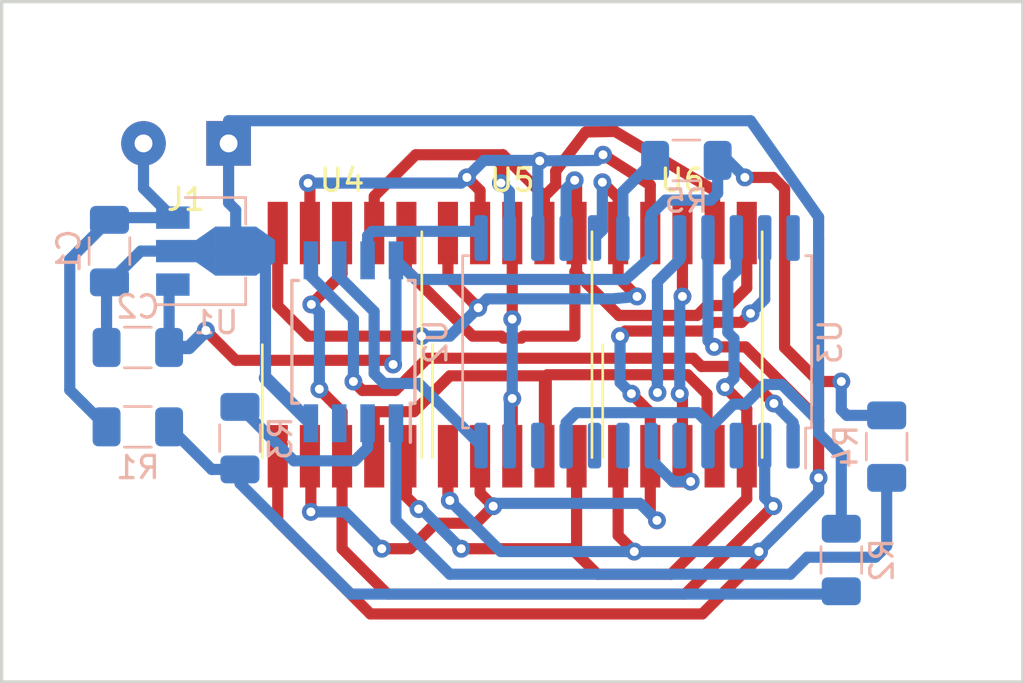
<source format=kicad_pcb>
(kicad_pcb (version 20171130) (host pcbnew "(5.1.8-0-10_14)")

  (general
    (thickness 1.6)
    (drawings 4)
    (tracks 337)
    (zones 0)
    (modules 16)
    (nets 31)
  )

  (page A4)
  (layers
    (0 F.Cu signal)
    (31 B.Cu signal)
    (32 B.Adhes user hide)
    (33 F.Adhes user)
    (34 B.Paste user)
    (35 F.Paste user)
    (36 B.SilkS user)
    (37 F.SilkS user)
    (38 B.Mask user)
    (39 F.Mask user)
    (40 Dwgs.User user)
    (41 Cmts.User user)
    (42 Eco1.User user)
    (43 Eco2.User user)
    (44 Edge.Cuts user)
    (45 Margin user)
    (46 B.CrtYd user hide)
    (47 F.CrtYd user)
    (48 B.Fab user hide)
    (49 F.Fab user)
  )

  (setup
    (last_trace_width 0.25)
    (trace_clearance 0.2)
    (zone_clearance 0.508)
    (zone_45_only no)
    (trace_min 0.2)
    (via_size 0.8)
    (via_drill 0.4)
    (via_min_size 0.4)
    (via_min_drill 0.3)
    (uvia_size 0.3)
    (uvia_drill 0.1)
    (uvias_allowed no)
    (uvia_min_size 0.2)
    (uvia_min_drill 0.1)
    (edge_width 0.1)
    (segment_width 0.2)
    (pcb_text_width 0.3)
    (pcb_text_size 1.5 1.5)
    (mod_edge_width 0.15)
    (mod_text_size 1 1)
    (mod_text_width 0.15)
    (pad_size 1.524 1.524)
    (pad_drill 0.762)
    (pad_to_mask_clearance 0.0508)
    (solder_mask_min_width 0.101)
    (aux_axis_origin 0 0)
    (visible_elements FFFFFF7F)
    (pcbplotparams
      (layerselection 0x010fc_ffffffff)
      (usegerberextensions false)
      (usegerberattributes true)
      (usegerberadvancedattributes true)
      (creategerberjobfile true)
      (excludeedgelayer true)
      (linewidth 0.100000)
      (plotframeref false)
      (viasonmask false)
      (mode 1)
      (useauxorigin false)
      (hpglpennumber 1)
      (hpglpenspeed 20)
      (hpglpendiameter 15.000000)
      (psnegative false)
      (psa4output false)
      (plotreference true)
      (plotvalue true)
      (plotinvisibletext false)
      (padsonsilk false)
      (subtractmaskfromsilk false)
      (outputformat 1)
      (mirror false)
      (drillshape 1)
      (scaleselection 1)
      (outputdirectory "production/"))
  )

  (net 0 "")
  (net 1 BATT_SENSE)
  (net 2 +5V)
  (net 3 "Net-(R1-Pad2)")
  (net 4 "Net-(R3-Pad2)")
  (net 5 "Net-(R4-Pad2)")
  (net 6 /CLK)
  (net 7 /LOAD)
  (net 8 /DIN)
  (net 9 "Net-(U2-Pad3)")
  (net 10 "Net-(U3-Pad24)")
  (net 11 /SEG_D)
  (net 12 /SEG_DP)
  (net 13 /SEG_E)
  (net 14 /SEG_C)
  (net 15 /SEG_G)
  (net 16 /SEG_B)
  (net 17 /SEG_F)
  (net 18 /SEG_A)
  (net 19 /DIG_1)
  (net 20 "Net-(U3-Pad10)")
  (net 21 "Net-(U3-Pad8)")
  (net 22 "Net-(U3-Pad7)")
  (net 23 /DIG_2)
  (net 24 "Net-(U3-Pad5)")
  (net 25 "Net-(U3-Pad3)")
  (net 26 /DIG_0)
  (net 27 GND)
  (net 28 "Net-(J2-Pad1)")
  (net 29 "Net-(J3-Pad1)")
  (net 30 "Net-(R5-Pad1)")

  (net_class Default "Это класс цепей по умолчанию."
    (clearance 0.2)
    (trace_width 0.25)
    (via_dia 0.8)
    (via_drill 0.4)
    (uvia_dia 0.3)
    (uvia_drill 0.1)
    (add_net +5V)
    (add_net /CLK)
    (add_net /DIG_0)
    (add_net /DIG_1)
    (add_net /DIG_2)
    (add_net /DIN)
    (add_net /LOAD)
    (add_net /SEG_A)
    (add_net /SEG_B)
    (add_net /SEG_C)
    (add_net /SEG_D)
    (add_net /SEG_DP)
    (add_net /SEG_E)
    (add_net /SEG_F)
    (add_net /SEG_G)
    (add_net BATT_SENSE)
    (add_net GND)
    (add_net "Net-(J2-Pad1)")
    (add_net "Net-(J3-Pad1)")
    (add_net "Net-(R1-Pad2)")
    (add_net "Net-(R3-Pad2)")
    (add_net "Net-(R4-Pad2)")
    (add_net "Net-(R5-Pad1)")
    (add_net "Net-(U2-Pad3)")
    (add_net "Net-(U3-Pad10)")
    (add_net "Net-(U3-Pad24)")
    (add_net "Net-(U3-Pad3)")
    (add_net "Net-(U3-Pad5)")
    (add_net "Net-(U3-Pad7)")
    (add_net "Net-(U3-Pad8)")
  )

  (module Resistor_SMD:R_1206_3216Metric (layer B.Cu) (tedit 5B301BBD) (tstamp 601BB48E)
    (at 172.8955 75.184)
    (descr "Resistor SMD 1206 (3216 Metric), square (rectangular) end terminal, IPC_7351 nominal, (Body size source: http://www.tortai-tech.com/upload/download/2011102023233369053.pdf), generated with kicad-footprint-generator")
    (tags resistor)
    (path /60246818)
    (attr smd)
    (fp_text reference R5 (at 0 1.82) (layer B.SilkS)
      (effects (font (size 1 1) (thickness 0.15)) (justify mirror))
    )
    (fp_text value 1kOm (at 0 -1.82) (layer B.Fab)
      (effects (font (size 1 1) (thickness 0.15)) (justify mirror))
    )
    (fp_text user %R (at 0 0) (layer B.Fab)
      (effects (font (size 0.8 0.8) (thickness 0.12)) (justify mirror))
    )
    (fp_line (start -1.6 -0.8) (end -1.6 0.8) (layer B.Fab) (width 0.1))
    (fp_line (start -1.6 0.8) (end 1.6 0.8) (layer B.Fab) (width 0.1))
    (fp_line (start 1.6 0.8) (end 1.6 -0.8) (layer B.Fab) (width 0.1))
    (fp_line (start 1.6 -0.8) (end -1.6 -0.8) (layer B.Fab) (width 0.1))
    (fp_line (start -0.602064 0.91) (end 0.602064 0.91) (layer B.SilkS) (width 0.12))
    (fp_line (start -0.602064 -0.91) (end 0.602064 -0.91) (layer B.SilkS) (width 0.12))
    (fp_line (start -2.28 -1.12) (end -2.28 1.12) (layer B.CrtYd) (width 0.05))
    (fp_line (start -2.28 1.12) (end 2.28 1.12) (layer B.CrtYd) (width 0.05))
    (fp_line (start 2.28 1.12) (end 2.28 -1.12) (layer B.CrtYd) (width 0.05))
    (fp_line (start 2.28 -1.12) (end -2.28 -1.12) (layer B.CrtYd) (width 0.05))
    (pad 2 smd roundrect (at 1.4 0) (size 1.25 1.75) (layers B.Cu B.Paste B.Mask) (roundrect_rratio 0.2)
      (net 2 +5V))
    (pad 1 smd roundrect (at -1.4 0) (size 1.25 1.75) (layers B.Cu B.Paste B.Mask) (roundrect_rratio 0.2)
      (net 30 "Net-(R5-Pad1)"))
    (model ${KISYS3DMOD}/Resistor_SMD.3dshapes/R_1206_3216Metric.wrl
      (at (xyz 0 0 0))
      (scale (xyz 1 1 1))
      (rotate (xyz 0 0 0))
    )
  )

  (module MountingHole:MountingHole_4.3mm_M4 (layer F.Cu) (tedit 56D1B4CB) (tstamp 5FCF481B)
    (at 147.828 92.964)
    (descr "Mounting Hole 4.3mm, no annular, M4")
    (tags "mounting hole 4.3mm no annular m4")
    (path /5FDBAA73)
    (attr virtual)
    (fp_text reference J3 (at 0 -5.3) (layer F.SilkS) hide
      (effects (font (size 1 1) (thickness 0.15)))
    )
    (fp_text value Conn_01x01 (at 0 -5.842) (layer F.Fab)
      (effects (font (size 1 1) (thickness 0.15)))
    )
    (fp_text user %R (at 0.3 0) (layer F.Fab)
      (effects (font (size 1 1) (thickness 0.15)))
    )
    (fp_circle (center 0 0) (end 4.3 0) (layer Cmts.User) (width 0.15))
    (fp_circle (center 0 0) (end 4.55 0) (layer F.CrtYd) (width 0.05))
    (pad 1 np_thru_hole circle (at 0 0) (size 4.3 4.3) (drill 4.3) (layers *.Cu *.Mask)
      (net 29 "Net-(J3-Pad1)"))
  )

  (module MountingHole:MountingHole_4.3mm_M4 (layer F.Cu) (tedit 56D1B4CB) (tstamp 5FCF4813)
    (at 182.372 73.66)
    (descr "Mounting Hole 4.3mm, no annular, M4")
    (tags "mounting hole 4.3mm no annular m4")
    (path /5FDBA3CA)
    (attr virtual)
    (fp_text reference J2 (at 0 -5.3) (layer F.SilkS) hide
      (effects (font (size 1 1) (thickness 0.15)))
    )
    (fp_text value Conn_01x01 (at 0 5.3) (layer F.Fab)
      (effects (font (size 1 1) (thickness 0.15)))
    )
    (fp_text user %R (at 0.3 0) (layer F.Fab)
      (effects (font (size 1 1) (thickness 0.15)))
    )
    (fp_circle (center 0 0) (end 4.3 0) (layer Cmts.User) (width 0.15))
    (fp_circle (center 0 0) (end 4.55 0) (layer F.CrtYd) (width 0.05))
    (pad 1 np_thru_hole circle (at 0 0) (size 4.3 4.3) (drill 4.3) (layers *.Cu *.Mask)
      (net 28 "Net-(J2-Pad1)"))
  )

  (module Connector_Wire:SolderWirePad_1x02_P3.81mm_Drill0.8mm (layer F.Cu) (tedit 5AEE54BF) (tstamp 5FCF4194)
    (at 152.4 74.422 180)
    (descr "Wire solder connection")
    (tags connector)
    (path /5FDB286C)
    (attr virtual)
    (fp_text reference J1 (at 1.905 -2.5) (layer F.SilkS)
      (effects (font (size 1 1) (thickness 0.15)))
    )
    (fp_text value Conn_01x02 (at 1.905 2.54) (layer F.Fab)
      (effects (font (size 1 1) (thickness 0.15)))
    )
    (fp_text user %R (at 1.905 0) (layer F.Fab)
      (effects (font (size 1 1) (thickness 0.15)))
    )
    (fp_line (start -1.49 -1.5) (end 5.31 -1.5) (layer F.CrtYd) (width 0.05))
    (fp_line (start -1.49 -1.5) (end -1.49 1.5) (layer F.CrtYd) (width 0.05))
    (fp_line (start 5.31 1.5) (end 5.31 -1.5) (layer F.CrtYd) (width 0.05))
    (fp_line (start 5.31 1.5) (end -1.49 1.5) (layer F.CrtYd) (width 0.05))
    (pad 2 thru_hole circle (at 3.81 0 180) (size 1.99898 1.99898) (drill 0.8001) (layers *.Cu *.Mask)
      (net 1 BATT_SENSE))
    (pad 1 thru_hole rect (at 0 0 180) (size 1.99898 1.99898) (drill 0.8001) (layers *.Cu *.Mask)
      (net 27 GND))
  )

  (module Display_7Segment:KCSC02-106 (layer F.Cu) (tedit 5A02FE84) (tstamp 5FCE2647)
    (at 172.72 83.439 90)
    (descr "http://www.kingbright.com/attachments/file/psearch/000/00/00/KCSC02-106(Ver.10A).pdf")
    (tags "Single digit 7 segement super bright orange LED")
    (path /5FCE72E9)
    (attr smd)
    (fp_text reference U6 (at 7.366 0 180) (layer F.SilkS)
      (effects (font (size 1 1) (thickness 0.15)))
    )
    (fp_text value KCSA02-106 (at -1.51 4.55 90) (layer F.Fab)
      (effects (font (size 1 1) (thickness 0.15)))
    )
    (fp_text user %R (at 0.61 0.01 90) (layer F.Fab)
      (effects (font (size 1 1) (thickness 0.15)))
    )
    (fp_line (start -6.65 -3.7) (end 6.65 -3.7) (layer F.CrtYd) (width 0.05))
    (fp_line (start 6.65 -3.7) (end 6.65 3.7) (layer F.CrtYd) (width 0.05))
    (fp_line (start 6.65 3.7) (end -6.65 3.7) (layer F.CrtYd) (width 0.05))
    (fp_line (start -6.65 -3.7) (end -6.65 3.7) (layer F.CrtYd) (width 0.05))
    (fp_line (start 5.06 3.57) (end -5.06 3.57) (layer F.SilkS) (width 0.12))
    (fp_line (start -5.06 -3.57) (end 0 -3.57) (layer F.SilkS) (width 0.12))
    (fp_line (start 5 3.45) (end -5 3.45) (layer F.Fab) (width 0.1))
    (fp_line (start -5 3.45) (end -5 -1.45) (layer F.Fab) (width 0.1))
    (fp_line (start -5 -1.45) (end -3 -3.45) (layer F.Fab) (width 0.1))
    (fp_line (start -3 -3.45) (end 5 -3.45) (layer F.Fab) (width 0.1))
    (fp_line (start 5 -3.45) (end 5 3.45) (layer F.Fab) (width 0.1))
    (pad 10 smd rect (at 5 -2.88 90) (size 2.8 0.9) (layers F.Cu F.Paste F.Mask)
      (net 15 /SEG_G))
    (pad 9 smd rect (at 5 -1.44 90) (size 2.8 0.9) (layers F.Cu F.Paste F.Mask)
      (net 17 /SEG_F))
    (pad 8 smd rect (at 5 0 90) (size 2.8 0.9) (layers F.Cu F.Paste F.Mask)
      (net 23 /DIG_2))
    (pad 7 smd rect (at 5 1.44 90) (size 2.8 0.9) (layers F.Cu F.Paste F.Mask)
      (net 18 /SEG_A))
    (pad 6 smd rect (at 5 2.88 90) (size 2.8 0.9) (layers F.Cu F.Paste F.Mask)
      (net 16 /SEG_B))
    (pad 5 smd rect (at -5 2.88 90) (size 2.8 0.9) (layers F.Cu F.Paste F.Mask)
      (net 12 /SEG_DP))
    (pad 4 smd rect (at -5 1.44 90) (size 2.8 0.9) (layers F.Cu F.Paste F.Mask)
      (net 14 /SEG_C))
    (pad 3 smd rect (at -5 0 90) (size 2.8 0.9) (layers F.Cu F.Paste F.Mask)
      (net 23 /DIG_2))
    (pad 2 smd rect (at -5 -1.44 90) (size 2.8 0.9) (layers F.Cu F.Paste F.Mask)
      (net 11 /SEG_D))
    (pad 1 smd rect (at -5 -2.88 90) (size 2.8 0.9) (layers F.Cu F.Paste F.Mask)
      (net 13 /SEG_E))
    (model ${KISYS3DMOD}/Display_7Segment.3dshapes/KCSC02-106.wrl
      (at (xyz 0 0 0))
      (scale (xyz 1 1 1))
      (rotate (xyz 0 0 0))
    )
  )

  (module Display_7Segment:KCSC02-106 (layer F.Cu) (tedit 5A02FE84) (tstamp 5FCE2364)
    (at 165.1 83.439 90)
    (descr "http://www.kingbright.com/attachments/file/psearch/000/00/00/KCSC02-106(Ver.10A).pdf")
    (tags "Single digit 7 segement super bright orange LED")
    (path /5FCE6585)
    (attr smd)
    (fp_text reference U5 (at 7.366 0 180) (layer F.SilkS)
      (effects (font (size 1 1) (thickness 0.15)))
    )
    (fp_text value KCSA02-106 (at -1.51 4.55 90) (layer F.Fab)
      (effects (font (size 1 1) (thickness 0.15)))
    )
    (fp_text user %R (at 0.61 0.01 90) (layer F.Fab)
      (effects (font (size 1 1) (thickness 0.15)))
    )
    (fp_line (start -6.65 -3.7) (end 6.65 -3.7) (layer F.CrtYd) (width 0.05))
    (fp_line (start 6.65 -3.7) (end 6.65 3.7) (layer F.CrtYd) (width 0.05))
    (fp_line (start 6.65 3.7) (end -6.65 3.7) (layer F.CrtYd) (width 0.05))
    (fp_line (start -6.65 -3.7) (end -6.65 3.7) (layer F.CrtYd) (width 0.05))
    (fp_line (start 5.06 3.57) (end -5.06 3.57) (layer F.SilkS) (width 0.12))
    (fp_line (start -5.06 -3.57) (end 0 -3.57) (layer F.SilkS) (width 0.12))
    (fp_line (start 5 3.45) (end -5 3.45) (layer F.Fab) (width 0.1))
    (fp_line (start -5 3.45) (end -5 -1.45) (layer F.Fab) (width 0.1))
    (fp_line (start -5 -1.45) (end -3 -3.45) (layer F.Fab) (width 0.1))
    (fp_line (start -3 -3.45) (end 5 -3.45) (layer F.Fab) (width 0.1))
    (fp_line (start 5 -3.45) (end 5 3.45) (layer F.Fab) (width 0.1))
    (pad 10 smd rect (at 5 -2.88 90) (size 2.8 0.9) (layers F.Cu F.Paste F.Mask)
      (net 15 /SEG_G))
    (pad 9 smd rect (at 5 -1.44 90) (size 2.8 0.9) (layers F.Cu F.Paste F.Mask)
      (net 17 /SEG_F))
    (pad 8 smd rect (at 5 0 90) (size 2.8 0.9) (layers F.Cu F.Paste F.Mask)
      (net 19 /DIG_1))
    (pad 7 smd rect (at 5 1.44 90) (size 2.8 0.9) (layers F.Cu F.Paste F.Mask)
      (net 18 /SEG_A))
    (pad 6 smd rect (at 5 2.88 90) (size 2.8 0.9) (layers F.Cu F.Paste F.Mask)
      (net 16 /SEG_B))
    (pad 5 smd rect (at -5 2.88 90) (size 2.8 0.9) (layers F.Cu F.Paste F.Mask)
      (net 12 /SEG_DP))
    (pad 4 smd rect (at -5 1.44 90) (size 2.8 0.9) (layers F.Cu F.Paste F.Mask)
      (net 14 /SEG_C))
    (pad 3 smd rect (at -5 0 90) (size 2.8 0.9) (layers F.Cu F.Paste F.Mask)
      (net 19 /DIG_1))
    (pad 2 smd rect (at -5 -1.44 90) (size 2.8 0.9) (layers F.Cu F.Paste F.Mask)
      (net 11 /SEG_D))
    (pad 1 smd rect (at -5 -2.88 90) (size 2.8 0.9) (layers F.Cu F.Paste F.Mask)
      (net 13 /SEG_E))
    (model ${KISYS3DMOD}/Display_7Segment.3dshapes/KCSC02-106.wrl
      (at (xyz 0 0 0))
      (scale (xyz 1 1 1))
      (rotate (xyz 0 0 0))
    )
  )

  (module Display_7Segment:KCSC02-106 (layer F.Cu) (tedit 5A02FE84) (tstamp 5FCE37B6)
    (at 157.48 83.439 90)
    (descr "http://www.kingbright.com/attachments/file/psearch/000/00/00/KCSC02-106(Ver.10A).pdf")
    (tags "Single digit 7 segement super bright orange LED")
    (path /5FCE54B8)
    (attr smd)
    (fp_text reference U4 (at 7.366 0 180) (layer F.SilkS)
      (effects (font (size 1 1) (thickness 0.15)))
    )
    (fp_text value KCSA02-106 (at -1.51 4.55 90) (layer F.Fab)
      (effects (font (size 1 1) (thickness 0.15)))
    )
    (fp_text user %R (at 0.61 0.01 90) (layer F.Fab)
      (effects (font (size 1 1) (thickness 0.15)))
    )
    (fp_line (start -6.65 -3.7) (end 6.65 -3.7) (layer F.CrtYd) (width 0.05))
    (fp_line (start 6.65 -3.7) (end 6.65 3.7) (layer F.CrtYd) (width 0.05))
    (fp_line (start 6.65 3.7) (end -6.65 3.7) (layer F.CrtYd) (width 0.05))
    (fp_line (start -6.65 -3.7) (end -6.65 3.7) (layer F.CrtYd) (width 0.05))
    (fp_line (start 5.06 3.57) (end -5.06 3.57) (layer F.SilkS) (width 0.12))
    (fp_line (start -5.06 -3.57) (end 0 -3.57) (layer F.SilkS) (width 0.12))
    (fp_line (start 5 3.45) (end -5 3.45) (layer F.Fab) (width 0.1))
    (fp_line (start -5 3.45) (end -5 -1.45) (layer F.Fab) (width 0.1))
    (fp_line (start -5 -1.45) (end -3 -3.45) (layer F.Fab) (width 0.1))
    (fp_line (start -3 -3.45) (end 5 -3.45) (layer F.Fab) (width 0.1))
    (fp_line (start 5 -3.45) (end 5 3.45) (layer F.Fab) (width 0.1))
    (pad 10 smd rect (at 5 -2.88 90) (size 2.8 0.9) (layers F.Cu F.Paste F.Mask)
      (net 15 /SEG_G))
    (pad 9 smd rect (at 5 -1.44 90) (size 2.8 0.9) (layers F.Cu F.Paste F.Mask)
      (net 17 /SEG_F))
    (pad 8 smd rect (at 5 0 90) (size 2.8 0.9) (layers F.Cu F.Paste F.Mask)
      (net 26 /DIG_0))
    (pad 7 smd rect (at 5 1.44 90) (size 2.8 0.9) (layers F.Cu F.Paste F.Mask)
      (net 18 /SEG_A))
    (pad 6 smd rect (at 5 2.88 90) (size 2.8 0.9) (layers F.Cu F.Paste F.Mask)
      (net 16 /SEG_B))
    (pad 5 smd rect (at -5 2.88 90) (size 2.8 0.9) (layers F.Cu F.Paste F.Mask)
      (net 12 /SEG_DP))
    (pad 4 smd rect (at -5 1.44 90) (size 2.8 0.9) (layers F.Cu F.Paste F.Mask)
      (net 14 /SEG_C))
    (pad 3 smd rect (at -5 0 90) (size 2.8 0.9) (layers F.Cu F.Paste F.Mask)
      (net 26 /DIG_0))
    (pad 2 smd rect (at -5 -1.44 90) (size 2.8 0.9) (layers F.Cu F.Paste F.Mask)
      (net 11 /SEG_D))
    (pad 1 smd rect (at -5 -2.88 90) (size 2.8 0.9) (layers F.Cu F.Paste F.Mask)
      (net 13 /SEG_E))
    (model ${KISYS3DMOD}/Display_7Segment.3dshapes/KCSC02-106.wrl
      (at (xyz 0 0 0))
      (scale (xyz 1 1 1))
      (rotate (xyz 0 0 0))
    )
  )

  (module Package_SO:SOIC-24W_7.5x15.4mm_P1.27mm (layer B.Cu) (tedit 5C97300E) (tstamp 5FCE1B4C)
    (at 170.688 83.312 90)
    (descr "SOIC, 24 Pin (JEDEC MS-013AD, https://www.analog.com/media/en/package-pcb-resources/package/pkg_pdf/soic_wide-rw/RW_24.pdf), generated with kicad-footprint-generator ipc_gullwing_generator.py")
    (tags "SOIC SO")
    (path /5FCDF150)
    (attr smd)
    (fp_text reference U3 (at 0 8.65 90) (layer B.SilkS)
      (effects (font (size 1 1) (thickness 0.15)) (justify mirror))
    )
    (fp_text value MAX7219 (at 0 -8.65 90) (layer B.Fab)
      (effects (font (size 1 1) (thickness 0.15)) (justify mirror))
    )
    (fp_text user %R (at 0 0 90) (layer B.Fab)
      (effects (font (size 1 1) (thickness 0.15)) (justify mirror))
    )
    (fp_line (start 0 -7.81) (end 3.86 -7.81) (layer B.SilkS) (width 0.12))
    (fp_line (start 3.86 -7.81) (end 3.86 -7.545) (layer B.SilkS) (width 0.12))
    (fp_line (start 0 -7.81) (end -3.86 -7.81) (layer B.SilkS) (width 0.12))
    (fp_line (start -3.86 -7.81) (end -3.86 -7.545) (layer B.SilkS) (width 0.12))
    (fp_line (start 0 7.81) (end 3.86 7.81) (layer B.SilkS) (width 0.12))
    (fp_line (start 3.86 7.81) (end 3.86 7.545) (layer B.SilkS) (width 0.12))
    (fp_line (start 0 7.81) (end -3.86 7.81) (layer B.SilkS) (width 0.12))
    (fp_line (start -3.86 7.81) (end -3.86 7.545) (layer B.SilkS) (width 0.12))
    (fp_line (start -3.86 7.545) (end -5.675 7.545) (layer B.SilkS) (width 0.12))
    (fp_line (start -2.75 7.7) (end 3.75 7.7) (layer B.Fab) (width 0.1))
    (fp_line (start 3.75 7.7) (end 3.75 -7.7) (layer B.Fab) (width 0.1))
    (fp_line (start 3.75 -7.7) (end -3.75 -7.7) (layer B.Fab) (width 0.1))
    (fp_line (start -3.75 -7.7) (end -3.75 6.7) (layer B.Fab) (width 0.1))
    (fp_line (start -3.75 6.7) (end -2.75 7.7) (layer B.Fab) (width 0.1))
    (fp_line (start -5.93 7.95) (end -5.93 -7.95) (layer B.CrtYd) (width 0.05))
    (fp_line (start -5.93 -7.95) (end 5.93 -7.95) (layer B.CrtYd) (width 0.05))
    (fp_line (start 5.93 -7.95) (end 5.93 7.95) (layer B.CrtYd) (width 0.05))
    (fp_line (start 5.93 7.95) (end -5.93 7.95) (layer B.CrtYd) (width 0.05))
    (pad 24 smd roundrect (at 4.65 6.985 90) (size 2.05 0.6) (layers B.Cu B.Paste B.Mask) (roundrect_rratio 0.25)
      (net 10 "Net-(U3-Pad24)"))
    (pad 23 smd roundrect (at 4.65 5.715 90) (size 2.05 0.6) (layers B.Cu B.Paste B.Mask) (roundrect_rratio 0.25)
      (net 11 /SEG_D))
    (pad 22 smd roundrect (at 4.65 4.445 90) (size 2.05 0.6) (layers B.Cu B.Paste B.Mask) (roundrect_rratio 0.25)
      (net 12 /SEG_DP))
    (pad 21 smd roundrect (at 4.65 3.175 90) (size 2.05 0.6) (layers B.Cu B.Paste B.Mask) (roundrect_rratio 0.25)
      (net 13 /SEG_E))
    (pad 20 smd roundrect (at 4.65 1.905 90) (size 2.05 0.6) (layers B.Cu B.Paste B.Mask) (roundrect_rratio 0.25)
      (net 14 /SEG_C))
    (pad 19 smd roundrect (at 4.65 0.635 90) (size 2.05 0.6) (layers B.Cu B.Paste B.Mask) (roundrect_rratio 0.25)
      (net 2 +5V))
    (pad 18 smd roundrect (at 4.65 -0.635 90) (size 2.05 0.6) (layers B.Cu B.Paste B.Mask) (roundrect_rratio 0.25)
      (net 30 "Net-(R5-Pad1)"))
    (pad 17 smd roundrect (at 4.65 -1.905 90) (size 2.05 0.6) (layers B.Cu B.Paste B.Mask) (roundrect_rratio 0.25)
      (net 15 /SEG_G))
    (pad 16 smd roundrect (at 4.65 -3.175 90) (size 2.05 0.6) (layers B.Cu B.Paste B.Mask) (roundrect_rratio 0.25)
      (net 16 /SEG_B))
    (pad 15 smd roundrect (at 4.65 -4.445 90) (size 2.05 0.6) (layers B.Cu B.Paste B.Mask) (roundrect_rratio 0.25)
      (net 17 /SEG_F))
    (pad 14 smd roundrect (at 4.65 -5.715 90) (size 2.05 0.6) (layers B.Cu B.Paste B.Mask) (roundrect_rratio 0.25)
      (net 18 /SEG_A))
    (pad 13 smd roundrect (at 4.65 -6.985 90) (size 2.05 0.6) (layers B.Cu B.Paste B.Mask) (roundrect_rratio 0.25)
      (net 6 /CLK))
    (pad 12 smd roundrect (at -4.65 -6.985 90) (size 2.05 0.6) (layers B.Cu B.Paste B.Mask) (roundrect_rratio 0.25)
      (net 7 /LOAD))
    (pad 11 smd roundrect (at -4.65 -5.715 90) (size 2.05 0.6) (layers B.Cu B.Paste B.Mask) (roundrect_rratio 0.25)
      (net 19 /DIG_1))
    (pad 10 smd roundrect (at -4.65 -4.445 90) (size 2.05 0.6) (layers B.Cu B.Paste B.Mask) (roundrect_rratio 0.25)
      (net 20 "Net-(U3-Pad10)"))
    (pad 9 smd roundrect (at -4.65 -3.175 90) (size 2.05 0.6) (layers B.Cu B.Paste B.Mask) (roundrect_rratio 0.25)
      (net 27 GND))
    (pad 8 smd roundrect (at -4.65 -1.905 90) (size 2.05 0.6) (layers B.Cu B.Paste B.Mask) (roundrect_rratio 0.25)
      (net 21 "Net-(U3-Pad8)"))
    (pad 7 smd roundrect (at -4.65 -0.635 90) (size 2.05 0.6) (layers B.Cu B.Paste B.Mask) (roundrect_rratio 0.25)
      (net 22 "Net-(U3-Pad7)"))
    (pad 6 smd roundrect (at -4.65 0.635 90) (size 2.05 0.6) (layers B.Cu B.Paste B.Mask) (roundrect_rratio 0.25)
      (net 23 /DIG_2))
    (pad 5 smd roundrect (at -4.65 1.905 90) (size 2.05 0.6) (layers B.Cu B.Paste B.Mask) (roundrect_rratio 0.25)
      (net 24 "Net-(U3-Pad5)"))
    (pad 4 smd roundrect (at -4.65 3.175 90) (size 2.05 0.6) (layers B.Cu B.Paste B.Mask) (roundrect_rratio 0.25)
      (net 27 GND))
    (pad 3 smd roundrect (at -4.65 4.445 90) (size 2.05 0.6) (layers B.Cu B.Paste B.Mask) (roundrect_rratio 0.25)
      (net 25 "Net-(U3-Pad3)"))
    (pad 2 smd roundrect (at -4.65 5.715 90) (size 2.05 0.6) (layers B.Cu B.Paste B.Mask) (roundrect_rratio 0.25)
      (net 26 /DIG_0))
    (pad 1 smd roundrect (at -4.65 6.985 90) (size 2.05 0.6) (layers B.Cu B.Paste B.Mask) (roundrect_rratio 0.25)
      (net 8 /DIN))
    (model ${KISYS3DMOD}/Package_SO.3dshapes/SOIC-24W_7.5x15.4mm_P1.27mm.wrl
      (at (xyz 0 0 0))
      (scale (xyz 1 1 1))
      (rotate (xyz 0 0 0))
    )
  )

  (module Package_SO:SOIJ-8_5.3x5.3mm_P1.27mm (layer B.Cu) (tedit 5A02F2D3) (tstamp 5FCE1B1D)
    (at 157.988 83.312 90)
    (descr "8-Lead Plastic Small Outline (SM) - Medium, 5.28 mm Body [SOIC] (see Microchip Packaging Specification 00000049BS.pdf)")
    (tags "SOIC 1.27")
    (path /5FCDE56C)
    (attr smd)
    (fp_text reference U2 (at 0 3.68 90) (layer B.SilkS)
      (effects (font (size 1 1) (thickness 0.15)) (justify mirror))
    )
    (fp_text value ATtiny13-20SU (at 0 -3.68 90) (layer B.Fab)
      (effects (font (size 1 1) (thickness 0.15)) (justify mirror))
    )
    (fp_text user %R (at 0 0 90) (layer B.Fab)
      (effects (font (size 1 1) (thickness 0.15)) (justify mirror))
    )
    (fp_line (start -1.65 2.65) (end 2.65 2.65) (layer B.Fab) (width 0.15))
    (fp_line (start 2.65 2.65) (end 2.65 -2.65) (layer B.Fab) (width 0.15))
    (fp_line (start 2.65 -2.65) (end -2.65 -2.65) (layer B.Fab) (width 0.15))
    (fp_line (start -2.65 -2.65) (end -2.65 1.65) (layer B.Fab) (width 0.15))
    (fp_line (start -2.65 1.65) (end -1.65 2.65) (layer B.Fab) (width 0.15))
    (fp_line (start -4.75 2.95) (end -4.75 -2.95) (layer B.CrtYd) (width 0.05))
    (fp_line (start 4.75 2.95) (end 4.75 -2.95) (layer B.CrtYd) (width 0.05))
    (fp_line (start -4.75 2.95) (end 4.75 2.95) (layer B.CrtYd) (width 0.05))
    (fp_line (start -4.75 -2.95) (end 4.75 -2.95) (layer B.CrtYd) (width 0.05))
    (fp_line (start -2.75 2.755) (end -2.75 2.55) (layer B.SilkS) (width 0.15))
    (fp_line (start 2.75 2.755) (end 2.75 2.455) (layer B.SilkS) (width 0.15))
    (fp_line (start 2.75 -2.755) (end 2.75 -2.455) (layer B.SilkS) (width 0.15))
    (fp_line (start -2.75 -2.755) (end -2.75 -2.455) (layer B.SilkS) (width 0.15))
    (fp_line (start -2.75 2.755) (end 2.75 2.755) (layer B.SilkS) (width 0.15))
    (fp_line (start -2.75 -2.755) (end 2.75 -2.755) (layer B.SilkS) (width 0.15))
    (fp_line (start -2.75 2.55) (end -4.5 2.55) (layer B.SilkS) (width 0.15))
    (pad 8 smd rect (at 3.65 1.905 90) (size 1.7 0.65) (layers B.Cu B.Paste B.Mask)
      (net 2 +5V))
    (pad 7 smd rect (at 3.65 0.635 90) (size 1.7 0.65) (layers B.Cu B.Paste B.Mask)
      (net 6 /CLK))
    (pad 6 smd rect (at 3.65 -0.635 90) (size 1.7 0.65) (layers B.Cu B.Paste B.Mask)
      (net 7 /LOAD))
    (pad 5 smd rect (at 3.65 -1.905 90) (size 1.7 0.65) (layers B.Cu B.Paste B.Mask)
      (net 8 /DIN))
    (pad 4 smd rect (at -3.65 -1.905 90) (size 1.7 0.65) (layers B.Cu B.Paste B.Mask)
      (net 27 GND))
    (pad 3 smd rect (at -3.65 -0.635 90) (size 1.7 0.65) (layers B.Cu B.Paste B.Mask)
      (net 9 "Net-(U2-Pad3)"))
    (pad 2 smd rect (at -3.65 0.635 90) (size 1.7 0.65) (layers B.Cu B.Paste B.Mask)
      (net 4 "Net-(R3-Pad2)"))
    (pad 1 smd rect (at -3.65 1.905 90) (size 1.7 0.65) (layers B.Cu B.Paste B.Mask)
      (net 5 "Net-(R4-Pad2)"))
    (model ${KISYS3DMOD}/Package_SO.3dshapes/SOIJ-8_5.3x5.3mm_P1.27mm.wrl
      (at (xyz 0 0 0))
      (scale (xyz 1 1 1))
      (rotate (xyz 0 0 0))
    )
  )

  (module Package_TO_SOT_SMD:SOT-89-3 (layer B.Cu) (tedit 5A02FF57) (tstamp 5FCE2CED)
    (at 151.384 79.248)
    (descr SOT-89-3)
    (tags SOT-89-3)
    (path /5FCE0193)
    (attr smd)
    (fp_text reference U1 (at 0.45 3.2) (layer B.SilkS)
      (effects (font (size 1 1) (thickness 0.15)) (justify mirror))
    )
    (fp_text value L78L05_SOT89 (at 0.45 -3.25) (layer B.Fab)
      (effects (font (size 1 1) (thickness 0.15)) (justify mirror))
    )
    (fp_text user %R (at 0.38 0 -90) (layer B.Fab)
      (effects (font (size 0.6 0.6) (thickness 0.09)) (justify mirror))
    )
    (fp_line (start 1.78 -1.2) (end 1.78 -2.4) (layer B.SilkS) (width 0.12))
    (fp_line (start 1.78 -2.4) (end -0.92 -2.4) (layer B.SilkS) (width 0.12))
    (fp_line (start -2.22 2.4) (end 1.78 2.4) (layer B.SilkS) (width 0.12))
    (fp_line (start 1.78 2.4) (end 1.78 1.2) (layer B.SilkS) (width 0.12))
    (fp_line (start -0.92 1.51) (end -0.13 2.3) (layer B.Fab) (width 0.1))
    (fp_line (start 1.68 2.3) (end 1.68 -2.3) (layer B.Fab) (width 0.1))
    (fp_line (start 1.68 -2.3) (end -0.92 -2.3) (layer B.Fab) (width 0.1))
    (fp_line (start -0.92 -2.3) (end -0.92 1.51) (layer B.Fab) (width 0.1))
    (fp_line (start -0.13 2.3) (end 1.68 2.3) (layer B.Fab) (width 0.1))
    (fp_line (start 3.23 2.55) (end 3.23 -2.55) (layer B.CrtYd) (width 0.05))
    (fp_line (start 3.23 2.55) (end -2.48 2.55) (layer B.CrtYd) (width 0.05))
    (fp_line (start -2.48 -2.55) (end 3.23 -2.55) (layer B.CrtYd) (width 0.05))
    (fp_line (start -2.48 -2.55) (end -2.48 2.55) (layer B.CrtYd) (width 0.05))
    (pad 2 smd trapezoid (at -0.0762 0 270) (size 1.5 1) (rect_delta 0 -0.7 ) (layers B.Cu B.Paste B.Mask)
      (net 27 GND))
    (pad 2 smd rect (at 1.3335 0 90) (size 2.2 1.84) (layers B.Cu B.Paste B.Mask)
      (net 27 GND))
    (pad 3 smd rect (at -1.48 -1.5 90) (size 1 1.5) (layers B.Cu B.Paste B.Mask)
      (net 1 BATT_SENSE))
    (pad 2 smd rect (at -1.3335 0 90) (size 1 1.8) (layers B.Cu B.Paste B.Mask)
      (net 27 GND))
    (pad 1 smd rect (at -1.48 1.5 90) (size 1 1.5) (layers B.Cu B.Paste B.Mask)
      (net 2 +5V))
    (pad 2 smd trapezoid (at 2.667 0 90) (size 1.6 0.85) (rect_delta 0 -0.6 ) (layers B.Cu B.Paste B.Mask)
      (net 27 GND))
    (model ${KISYS3DMOD}/Package_TO_SOT_SMD.3dshapes/SOT-89-3.wrl
      (at (xyz 0 0 0))
      (scale (xyz 1 1 1))
      (rotate (xyz 0 0 0))
    )
  )

  (module Resistor_SMD:R_1206_3216Metric (layer B.Cu) (tedit 5B301BBD) (tstamp 5FCE1D44)
    (at 181.864 88.008 270)
    (descr "Resistor SMD 1206 (3216 Metric), square (rectangular) end terminal, IPC_7351 nominal, (Body size source: http://www.tortai-tech.com/upload/download/2011102023233369053.pdf), generated with kicad-footprint-generator")
    (tags resistor)
    (path /5FD93FA3)
    (attr smd)
    (fp_text reference R4 (at 0 1.82 270) (layer B.SilkS)
      (effects (font (size 1 1) (thickness 0.15)) (justify mirror))
    )
    (fp_text value 33k (at 0 -1.82 270) (layer B.Fab)
      (effects (font (size 1 1) (thickness 0.15)) (justify mirror))
    )
    (fp_text user %R (at 0 0 270) (layer B.Fab)
      (effects (font (size 0.8 0.8) (thickness 0.12)) (justify mirror))
    )
    (fp_line (start -1.6 -0.8) (end -1.6 0.8) (layer B.Fab) (width 0.1))
    (fp_line (start -1.6 0.8) (end 1.6 0.8) (layer B.Fab) (width 0.1))
    (fp_line (start 1.6 0.8) (end 1.6 -0.8) (layer B.Fab) (width 0.1))
    (fp_line (start 1.6 -0.8) (end -1.6 -0.8) (layer B.Fab) (width 0.1))
    (fp_line (start -0.602064 0.91) (end 0.602064 0.91) (layer B.SilkS) (width 0.12))
    (fp_line (start -0.602064 -0.91) (end 0.602064 -0.91) (layer B.SilkS) (width 0.12))
    (fp_line (start -2.28 -1.12) (end -2.28 1.12) (layer B.CrtYd) (width 0.05))
    (fp_line (start -2.28 1.12) (end 2.28 1.12) (layer B.CrtYd) (width 0.05))
    (fp_line (start 2.28 1.12) (end 2.28 -1.12) (layer B.CrtYd) (width 0.05))
    (fp_line (start 2.28 -1.12) (end -2.28 -1.12) (layer B.CrtYd) (width 0.05))
    (pad 2 smd roundrect (at 1.4 0 270) (size 1.25 1.75) (layers B.Cu B.Paste B.Mask) (roundrect_rratio 0.2)
      (net 5 "Net-(R4-Pad2)"))
    (pad 1 smd roundrect (at -1.4 0 270) (size 1.25 1.75) (layers B.Cu B.Paste B.Mask) (roundrect_rratio 0.2)
      (net 2 +5V))
    (model ${KISYS3DMOD}/Resistor_SMD.3dshapes/R_1206_3216Metric.wrl
      (at (xyz 0 0 0))
      (scale (xyz 1 1 1))
      (rotate (xyz 0 0 0))
    )
  )

  (module Resistor_SMD:R_1206_3216Metric (layer B.Cu) (tedit 5B301BBD) (tstamp 5FCE1AD7)
    (at 152.908 87.63 90)
    (descr "Resistor SMD 1206 (3216 Metric), square (rectangular) end terminal, IPC_7351 nominal, (Body size source: http://www.tortai-tech.com/upload/download/2011102023233369053.pdf), generated with kicad-footprint-generator")
    (tags resistor)
    (path /5FD4FF01)
    (attr smd)
    (fp_text reference R3 (at 0 1.82 270) (layer B.SilkS)
      (effects (font (size 1 1) (thickness 0.15)) (justify mirror))
    )
    (fp_text value 200 (at 0 -1.82 270) (layer B.Fab)
      (effects (font (size 1 1) (thickness 0.15)) (justify mirror))
    )
    (fp_text user %R (at 0 0 270) (layer B.Fab)
      (effects (font (size 0.8 0.8) (thickness 0.12)) (justify mirror))
    )
    (fp_line (start -1.6 -0.8) (end -1.6 0.8) (layer B.Fab) (width 0.1))
    (fp_line (start -1.6 0.8) (end 1.6 0.8) (layer B.Fab) (width 0.1))
    (fp_line (start 1.6 0.8) (end 1.6 -0.8) (layer B.Fab) (width 0.1))
    (fp_line (start 1.6 -0.8) (end -1.6 -0.8) (layer B.Fab) (width 0.1))
    (fp_line (start -0.602064 0.91) (end 0.602064 0.91) (layer B.SilkS) (width 0.12))
    (fp_line (start -0.602064 -0.91) (end 0.602064 -0.91) (layer B.SilkS) (width 0.12))
    (fp_line (start -2.28 -1.12) (end -2.28 1.12) (layer B.CrtYd) (width 0.05))
    (fp_line (start -2.28 1.12) (end 2.28 1.12) (layer B.CrtYd) (width 0.05))
    (fp_line (start 2.28 1.12) (end 2.28 -1.12) (layer B.CrtYd) (width 0.05))
    (fp_line (start 2.28 -1.12) (end -2.28 -1.12) (layer B.CrtYd) (width 0.05))
    (pad 2 smd roundrect (at 1.4 0 90) (size 1.25 1.75) (layers B.Cu B.Paste B.Mask) (roundrect_rratio 0.2)
      (net 4 "Net-(R3-Pad2)"))
    (pad 1 smd roundrect (at -1.4 0 90) (size 1.25 1.75) (layers B.Cu B.Paste B.Mask) (roundrect_rratio 0.2)
      (net 3 "Net-(R1-Pad2)"))
    (model ${KISYS3DMOD}/Resistor_SMD.3dshapes/R_1206_3216Metric.wrl
      (at (xyz 0 0 0))
      (scale (xyz 1 1 1))
      (rotate (xyz 0 0 0))
    )
  )

  (module Resistor_SMD:R_1206_3216Metric (layer B.Cu) (tedit 5B301BBD) (tstamp 5FCE1AC6)
    (at 179.832 93.088 90)
    (descr "Resistor SMD 1206 (3216 Metric), square (rectangular) end terminal, IPC_7351 nominal, (Body size source: http://www.tortai-tech.com/upload/download/2011102023233369053.pdf), generated with kicad-footprint-generator")
    (tags resistor)
    (path /5FD4FC72)
    (attr smd)
    (fp_text reference R2 (at 0 1.82 90) (layer B.SilkS)
      (effects (font (size 1 1) (thickness 0.15)) (justify mirror))
    )
    (fp_text value 30 (at 0 -1.82 90) (layer B.Fab)
      (effects (font (size 1 1) (thickness 0.15)) (justify mirror))
    )
    (fp_text user %R (at 0 0 90) (layer B.Fab)
      (effects (font (size 0.8 0.8) (thickness 0.12)) (justify mirror))
    )
    (fp_line (start -1.6 -0.8) (end -1.6 0.8) (layer B.Fab) (width 0.1))
    (fp_line (start -1.6 0.8) (end 1.6 0.8) (layer B.Fab) (width 0.1))
    (fp_line (start 1.6 0.8) (end 1.6 -0.8) (layer B.Fab) (width 0.1))
    (fp_line (start 1.6 -0.8) (end -1.6 -0.8) (layer B.Fab) (width 0.1))
    (fp_line (start -0.602064 0.91) (end 0.602064 0.91) (layer B.SilkS) (width 0.12))
    (fp_line (start -0.602064 -0.91) (end 0.602064 -0.91) (layer B.SilkS) (width 0.12))
    (fp_line (start -2.28 -1.12) (end -2.28 1.12) (layer B.CrtYd) (width 0.05))
    (fp_line (start -2.28 1.12) (end 2.28 1.12) (layer B.CrtYd) (width 0.05))
    (fp_line (start 2.28 1.12) (end 2.28 -1.12) (layer B.CrtYd) (width 0.05))
    (fp_line (start 2.28 -1.12) (end -2.28 -1.12) (layer B.CrtYd) (width 0.05))
    (pad 2 smd roundrect (at 1.4 0 90) (size 1.25 1.75) (layers B.Cu B.Paste B.Mask) (roundrect_rratio 0.2)
      (net 27 GND))
    (pad 1 smd roundrect (at -1.4 0 90) (size 1.25 1.75) (layers B.Cu B.Paste B.Mask) (roundrect_rratio 0.2)
      (net 3 "Net-(R1-Pad2)"))
    (model ${KISYS3DMOD}/Resistor_SMD.3dshapes/R_1206_3216Metric.wrl
      (at (xyz 0 0 0))
      (scale (xyz 1 1 1))
      (rotate (xyz 0 0 0))
    )
  )

  (module Resistor_SMD:R_1206_3216Metric (layer B.Cu) (tedit 5B301BBD) (tstamp 5FCE1AB5)
    (at 148.336 87.122)
    (descr "Resistor SMD 1206 (3216 Metric), square (rectangular) end terminal, IPC_7351 nominal, (Body size source: http://www.tortai-tech.com/upload/download/2011102023233369053.pdf), generated with kicad-footprint-generator")
    (tags resistor)
    (path /5FD4F4FD)
    (attr smd)
    (fp_text reference R1 (at 0 1.82) (layer B.SilkS)
      (effects (font (size 1 1) (thickness 0.15)) (justify mirror))
    )
    (fp_text value 33 (at 0 -1.82) (layer B.Fab)
      (effects (font (size 1 1) (thickness 0.15)) (justify mirror))
    )
    (fp_text user %R (at 0 0) (layer B.Fab)
      (effects (font (size 0.8 0.8) (thickness 0.12)) (justify mirror))
    )
    (fp_line (start -1.6 -0.8) (end -1.6 0.8) (layer B.Fab) (width 0.1))
    (fp_line (start -1.6 0.8) (end 1.6 0.8) (layer B.Fab) (width 0.1))
    (fp_line (start 1.6 0.8) (end 1.6 -0.8) (layer B.Fab) (width 0.1))
    (fp_line (start 1.6 -0.8) (end -1.6 -0.8) (layer B.Fab) (width 0.1))
    (fp_line (start -0.602064 0.91) (end 0.602064 0.91) (layer B.SilkS) (width 0.12))
    (fp_line (start -0.602064 -0.91) (end 0.602064 -0.91) (layer B.SilkS) (width 0.12))
    (fp_line (start -2.28 -1.12) (end -2.28 1.12) (layer B.CrtYd) (width 0.05))
    (fp_line (start -2.28 1.12) (end 2.28 1.12) (layer B.CrtYd) (width 0.05))
    (fp_line (start 2.28 1.12) (end 2.28 -1.12) (layer B.CrtYd) (width 0.05))
    (fp_line (start 2.28 -1.12) (end -2.28 -1.12) (layer B.CrtYd) (width 0.05))
    (pad 2 smd roundrect (at 1.4 0) (size 1.25 1.75) (layers B.Cu B.Paste B.Mask) (roundrect_rratio 0.2)
      (net 3 "Net-(R1-Pad2)"))
    (pad 1 smd roundrect (at -1.4 0) (size 1.25 1.75) (layers B.Cu B.Paste B.Mask) (roundrect_rratio 0.2)
      (net 1 BATT_SENSE))
    (model ${KISYS3DMOD}/Resistor_SMD.3dshapes/R_1206_3216Metric.wrl
      (at (xyz 0 0 0))
      (scale (xyz 1 1 1))
      (rotate (xyz 0 0 0))
    )
  )

  (module Capacitor_SMD:C_1206_3216Metric (layer B.Cu) (tedit 5B301BBE) (tstamp 5FCE346B)
    (at 148.336 83.566 180)
    (descr "Capacitor SMD 1206 (3216 Metric), square (rectangular) end terminal, IPC_7351 nominal, (Body size source: http://www.tortai-tech.com/upload/download/2011102023233369053.pdf), generated with kicad-footprint-generator")
    (tags capacitor)
    (path /5FCE28DC)
    (attr smd)
    (fp_text reference C2 (at 0 1.82) (layer B.SilkS)
      (effects (font (size 1 1) (thickness 0.15)) (justify mirror))
    )
    (fp_text value 0.1uF (at 0 -1.82) (layer B.Fab)
      (effects (font (size 1 1) (thickness 0.15)) (justify mirror))
    )
    (fp_text user %R (at 0 0) (layer B.Fab)
      (effects (font (size 0.8 0.8) (thickness 0.12)) (justify mirror))
    )
    (fp_line (start -1.6 -0.8) (end -1.6 0.8) (layer B.Fab) (width 0.1))
    (fp_line (start -1.6 0.8) (end 1.6 0.8) (layer B.Fab) (width 0.1))
    (fp_line (start 1.6 0.8) (end 1.6 -0.8) (layer B.Fab) (width 0.1))
    (fp_line (start 1.6 -0.8) (end -1.6 -0.8) (layer B.Fab) (width 0.1))
    (fp_line (start -0.602064 0.91) (end 0.602064 0.91) (layer B.SilkS) (width 0.12))
    (fp_line (start -0.602064 -0.91) (end 0.602064 -0.91) (layer B.SilkS) (width 0.12))
    (fp_line (start -2.28 -1.12) (end -2.28 1.12) (layer B.CrtYd) (width 0.05))
    (fp_line (start -2.28 1.12) (end 2.28 1.12) (layer B.CrtYd) (width 0.05))
    (fp_line (start 2.28 1.12) (end 2.28 -1.12) (layer B.CrtYd) (width 0.05))
    (fp_line (start 2.28 -1.12) (end -2.28 -1.12) (layer B.CrtYd) (width 0.05))
    (pad 2 smd roundrect (at 1.4 0 180) (size 1.25 1.75) (layers B.Cu B.Paste B.Mask) (roundrect_rratio 0.2)
      (net 27 GND))
    (pad 1 smd roundrect (at -1.4 0 180) (size 1.25 1.75) (layers B.Cu B.Paste B.Mask) (roundrect_rratio 0.2)
      (net 2 +5V))
    (model ${KISYS3DMOD}/Capacitor_SMD.3dshapes/C_1206_3216Metric.wrl
      (at (xyz 0 0 0))
      (scale (xyz 1 1 1))
      (rotate (xyz 0 0 0))
    )
  )

  (module Capacitor_SMD:C_1206_3216Metric (layer B.Cu) (tedit 5B301BBE) (tstamp 5FCE1A93)
    (at 147.066 79.248 270)
    (descr "Capacitor SMD 1206 (3216 Metric), square (rectangular) end terminal, IPC_7351 nominal, (Body size source: http://www.tortai-tech.com/upload/download/2011102023233369053.pdf), generated with kicad-footprint-generator")
    (tags capacitor)
    (path /5FCE1CA4)
    (attr smd)
    (fp_text reference C1 (at 0 1.82 90) (layer B.SilkS)
      (effects (font (size 1 1) (thickness 0.15)) (justify mirror))
    )
    (fp_text value 0.33uF (at 0 -1.82 90) (layer B.Fab)
      (effects (font (size 1 1) (thickness 0.15)) (justify mirror))
    )
    (fp_text user %R (at 0 0 90) (layer B.Fab)
      (effects (font (size 0.8 0.8) (thickness 0.12)) (justify mirror))
    )
    (fp_line (start -1.6 -0.8) (end -1.6 0.8) (layer B.Fab) (width 0.1))
    (fp_line (start -1.6 0.8) (end 1.6 0.8) (layer B.Fab) (width 0.1))
    (fp_line (start 1.6 0.8) (end 1.6 -0.8) (layer B.Fab) (width 0.1))
    (fp_line (start 1.6 -0.8) (end -1.6 -0.8) (layer B.Fab) (width 0.1))
    (fp_line (start -0.602064 0.91) (end 0.602064 0.91) (layer B.SilkS) (width 0.12))
    (fp_line (start -0.602064 -0.91) (end 0.602064 -0.91) (layer B.SilkS) (width 0.12))
    (fp_line (start -2.28 -1.12) (end -2.28 1.12) (layer B.CrtYd) (width 0.05))
    (fp_line (start -2.28 1.12) (end 2.28 1.12) (layer B.CrtYd) (width 0.05))
    (fp_line (start 2.28 1.12) (end 2.28 -1.12) (layer B.CrtYd) (width 0.05))
    (fp_line (start 2.28 -1.12) (end -2.28 -1.12) (layer B.CrtYd) (width 0.05))
    (pad 2 smd roundrect (at 1.4 0 270) (size 1.25 1.75) (layers B.Cu B.Paste B.Mask) (roundrect_rratio 0.2)
      (net 27 GND))
    (pad 1 smd roundrect (at -1.4 0 270) (size 1.25 1.75) (layers B.Cu B.Paste B.Mask) (roundrect_rratio 0.2)
      (net 1 BATT_SENSE))
    (model ${KISYS3DMOD}/Capacitor_SMD.3dshapes/C_1206_3216Metric.wrl
      (at (xyz 0 0 0))
      (scale (xyz 1 1 1))
      (rotate (xyz 0 0 0))
    )
  )

  (gr_line (start 142.24 98.552) (end 142.24 68.072) (layer Edge.Cuts) (width 0.15) (tstamp 5FCE4B6F))
  (gr_line (start 187.96 98.552) (end 142.24 98.552) (layer Edge.Cuts) (width 0.15) (tstamp 5FE49F17))
  (gr_line (start 187.96 68.072) (end 187.96 98.552) (layer Edge.Cuts) (width 0.15) (tstamp 5FE49F26))
  (gr_line (start 142.24 68.072) (end 187.96 68.072) (layer Edge.Cuts) (width 0.15) (tstamp 5FE49F2B))

  (segment (start 147.166 77.748) (end 147.066 77.848) (width 0.25) (layer B.Cu) (net 1))
  (segment (start 149.904 77.748) (end 147.166 77.748) (width 0.5) (layer B.Cu) (net 1))
  (segment (start 145.86599 86.05199) (end 146.936 87.122) (width 0.5) (layer B.Cu) (net 1))
  (segment (start 145.288 85.474) (end 145.86599 86.05199) (width 0.5) (layer B.Cu) (net 1))
  (segment (start 145.288 79.626) (end 145.288 85.474) (width 0.5) (layer B.Cu) (net 1))
  (segment (start 147.066 77.848) (end 145.288 79.626) (width 0.5) (layer B.Cu) (net 1))
  (segment (start 149.86 77.704) (end 149.904 77.748) (width 0.5) (layer B.Cu) (net 1))
  (segment (start 148.59 76.434) (end 149.904 77.748) (width 0.5) (layer B.Cu) (net 1))
  (segment (start 148.59 74.422) (end 148.59 76.434) (width 0.5) (layer B.Cu) (net 1))
  (via (at 175.514 75.946) (size 0.8) (drill 0.4) (layers F.Cu B.Cu) (net 2))
  (via (at 179.832 85.09) (size 0.8) (drill 0.4) (layers F.Cu B.Cu) (net 2))
  (via (at 151.384 82.804) (size 0.8) (drill 0.4) (layers F.Cu B.Cu) (net 2))
  (segment (start 149.736 80.916) (end 149.904 80.748) (width 0.25) (layer B.Cu) (net 2))
  (segment (start 149.736 83.566) (end 149.736 80.916) (width 0.5) (layer B.Cu) (net 2))
  (segment (start 150.622 83.566) (end 151.384 82.804) (width 0.6) (layer B.Cu) (net 2))
  (segment (start 149.736 83.566) (end 150.622 83.566) (width 0.6) (layer B.Cu) (net 2))
  (segment (start 159.766 79.789) (end 159.893 79.662) (width 0.25) (layer B.Cu) (net 2))
  (via (at 159.766 84.328) (size 0.8) (drill 0.4) (layers F.Cu B.Cu) (net 2))
  (segment (start 151.384 82.804) (end 152.72101 84.14101) (width 0.5) (layer F.Cu) (net 2))
  (segment (start 159.57901 84.14101) (end 159.766 84.328) (width 0.5) (layer F.Cu) (net 2))
  (segment (start 152.72101 84.14101) (end 159.57901 84.14101) (width 0.5) (layer F.Cu) (net 2))
  (segment (start 181.864 86.608) (end 180.08 86.608) (width 0.5) (layer B.Cu) (net 2))
  (segment (start 179.832 86.36) (end 179.832 85.09) (width 0.5) (layer B.Cu) (net 2))
  (segment (start 180.08 86.608) (end 179.832 86.36) (width 0.5) (layer B.Cu) (net 2))
  (segment (start 175.514 75.946) (end 176.784 75.946) (width 0.5) (layer F.Cu) (net 2))
  (segment (start 176.784 75.946) (end 177.292 76.454) (width 0.5) (layer F.Cu) (net 2))
  (segment (start 177.292 76.454) (end 177.292 83.566) (width 0.5) (layer F.Cu) (net 2))
  (segment (start 178.816 85.09) (end 179.832 85.09) (width 0.5) (layer F.Cu) (net 2))
  (segment (start 177.292 83.566) (end 178.816 85.09) (width 0.5) (layer F.Cu) (net 2))
  (segment (start 174.752 75.184) (end 175.514 75.946) (width 0.5) (layer B.Cu) (net 2))
  (segment (start 174.2955 75.184) (end 174.752 75.184) (width 0.5) (layer B.Cu) (net 2))
  (segment (start 159.893 84.201) (end 159.766 84.328) (width 0.5) (layer B.Cu) (net 2))
  (segment (start 159.893 79.662) (end 159.893 84.201) (width 0.5) (layer B.Cu) (net 2))
  (segment (start 171.323 78.662) (end 171.323 77.597) (width 0.5) (layer B.Cu) (net 2))
  (segment (start 171.323 77.597) (end 171.958 76.962) (width 0.5) (layer B.Cu) (net 2))
  (segment (start 171.958 76.962) (end 173.99 76.962) (width 0.5) (layer B.Cu) (net 2))
  (segment (start 174.2955 76.6565) (end 174.2955 75.184) (width 0.5) (layer B.Cu) (net 2))
  (segment (start 173.99 76.962) (end 174.2955 76.6565) (width 0.5) (layer B.Cu) (net 2))
  (segment (start 160.782 80.518) (end 159.893 79.662) (width 0.5) (layer B.Cu) (net 2))
  (segment (start 170.18 80.518) (end 160.782 80.518) (width 0.5) (layer B.Cu) (net 2))
  (segment (start 171.323 79.502) (end 170.18 80.518) (width 0.5) (layer B.Cu) (net 2))
  (segment (start 171.323 78.662) (end 171.323 79.502) (width 0.5) (layer B.Cu) (net 2))
  (segment (start 151.644 89.03) (end 149.736 87.122) (width 0.5) (layer B.Cu) (net 3))
  (segment (start 152.908 89.03) (end 151.644 89.03) (width 0.5) (layer B.Cu) (net 3))
  (segment (start 152.908 89.655) (end 152.908 89.03) (width 0.5) (layer B.Cu) (net 3))
  (segment (start 176.911 94.615) (end 157.868 94.615) (width 0.5) (layer B.Cu) (net 3))
  (segment (start 157.868 94.615) (end 152.908 89.655) (width 0.5) (layer B.Cu) (net 3))
  (segment (start 179.705 94.615) (end 179.832 94.488) (width 0.25) (layer B.Cu) (net 3))
  (segment (start 176.911 94.615) (end 179.705 94.615) (width 0.5) (layer B.Cu) (net 3))
  (segment (start 158.623 88.062) (end 158.547999 88.137001) (width 0.25) (layer B.Cu) (net 4))
  (segment (start 158.623 86.962) (end 158.623 88.062) (width 0.5) (layer B.Cu) (net 4))
  (segment (start 155.324 88.646) (end 152.908 86.23) (width 0.5) (layer B.Cu) (net 4))
  (segment (start 158.547999 88.137001) (end 158.039 88.646) (width 0.5) (layer B.Cu) (net 4))
  (segment (start 158.039 88.646) (end 155.324 88.646) (width 0.5) (layer B.Cu) (net 4))
  (segment (start 181.356 92.964) (end 181.864 92.456) (width 0.5) (layer B.Cu) (net 5))
  (segment (start 178.308 92.964) (end 181.356 92.964) (width 0.5) (layer B.Cu) (net 5))
  (segment (start 181.864 92.456) (end 181.864 89.408) (width 0.5) (layer B.Cu) (net 5))
  (segment (start 177.546 93.726) (end 178.308 92.964) (width 0.5) (layer B.Cu) (net 5))
  (segment (start 162.306 93.726) (end 177.546 93.726) (width 0.5) (layer B.Cu) (net 5))
  (segment (start 159.893 91.313) (end 162.306 93.726) (width 0.5) (layer B.Cu) (net 5))
  (segment (start 159.893 86.962) (end 159.893 91.313) (width 0.5) (layer B.Cu) (net 5))
  (segment (start 163.403 78.362) (end 163.703 78.662) (width 0.25) (layer B.Cu) (net 6))
  (segment (start 158.623 78.562) (end 158.823 78.362) (width 0.5) (layer B.Cu) (net 6))
  (segment (start 158.823 78.362) (end 163.403 78.362) (width 0.5) (layer B.Cu) (net 6))
  (segment (start 158.623 79.662) (end 158.623 78.562) (width 0.5) (layer B.Cu) (net 6))
  (segment (start 157.353 80.391) (end 157.353 79.662) (width 0.5) (layer B.Cu) (net 7))
  (segment (start 163.703 87.962) (end 160.919002 85.178002) (width 0.5) (layer B.Cu) (net 7))
  (segment (start 158.915998 84.736002) (end 158.915998 81.953998) (width 0.5) (layer B.Cu) (net 7))
  (segment (start 158.915998 81.953998) (end 157.353 80.391) (width 0.5) (layer B.Cu) (net 7))
  (segment (start 160.919002 85.178002) (end 159.357998 85.178002) (width 0.5) (layer B.Cu) (net 7))
  (segment (start 159.357998 85.178002) (end 158.915998 84.736002) (width 0.5) (layer B.Cu) (net 7))
  (segment (start 157.988 82.282002) (end 157.988 85.09) (width 0.5) (layer B.Cu) (net 8))
  (segment (start 156.083 79.662) (end 156.083 80.377002) (width 0.5) (layer B.Cu) (net 8))
  (via (at 157.988 85.09) (size 0.8) (drill 0.4) (layers F.Cu B.Cu) (net 8))
  (segment (start 156.083 80.377002) (end 157.988 82.282002) (width 0.5) (layer B.Cu) (net 8))
  (segment (start 175.155173 84.416001) (end 176.814586 86.075414) (width 0.5) (layer F.Cu) (net 8))
  (segment (start 177.673 87.962) (end 177.673 86.933828) (width 0.5) (layer B.Cu) (net 8))
  (segment (start 173.201988 84.047988) (end 173.570001 84.416001) (width 0.5) (layer F.Cu) (net 8))
  (segment (start 161.304014 84.047988) (end 173.201988 84.047988) (width 0.5) (layer F.Cu) (net 8))
  (segment (start 177.673 86.933828) (end 176.814586 86.075414) (width 0.5) (layer B.Cu) (net 8))
  (segment (start 158.387999 85.489999) (end 159.862003 85.489999) (width 0.5) (layer F.Cu) (net 8))
  (segment (start 157.988 85.09) (end 158.387999 85.489999) (width 0.5) (layer F.Cu) (net 8))
  (segment (start 159.862003 85.489999) (end 161.304014 84.047988) (width 0.5) (layer F.Cu) (net 8))
  (segment (start 173.570001 84.416001) (end 175.155173 84.416001) (width 0.5) (layer F.Cu) (net 8))
  (via (at 176.814586 86.075414) (size 0.8) (drill 0.4) (layers F.Cu B.Cu) (net 8))
  (via (at 159.258 92.583) (size 0.8) (drill 0.4) (layers F.Cu B.Cu) (net 11))
  (via (at 156.083 90.932) (size 0.8) (drill 0.4) (layers F.Cu B.Cu) (net 11))
  (via (at 169.926 83.058) (size 0.8) (drill 0.4) (layers F.Cu B.Cu) (net 11))
  (segment (start 176.403 81.407) (end 175.768 82.042) (width 0.5) (layer B.Cu) (net 11))
  (segment (start 176.403 78.662) (end 176.403 81.407) (width 0.5) (layer B.Cu) (net 11))
  (via (at 175.768 82.042) (size 0.8) (drill 0.4) (layers F.Cu B.Cu) (net 11))
  (segment (start 171.28 88.439) (end 171.28 86.482829) (width 0.5) (layer F.Cu) (net 11))
  (via (at 170.434 85.636829) (size 0.8) (drill 0.4) (layers F.Cu B.Cu) (net 11))
  (segment (start 171.28 86.482829) (end 170.434 85.636829) (width 0.5) (layer F.Cu) (net 11))
  (segment (start 169.926 83.058) (end 169.926 85.128829) (width 0.5) (layer B.Cu) (net 11))
  (segment (start 169.926 85.128829) (end 170.434 85.636829) (width 0.5) (layer B.Cu) (net 11))
  (segment (start 170.153987 82.830013) (end 173.671956 82.830013) (width 0.5) (layer F.Cu) (net 11))
  (segment (start 174.05997 82.441999) (end 175.368001 82.441999) (width 0.5) (layer F.Cu) (net 11))
  (segment (start 169.926 83.058) (end 170.153987 82.830013) (width 0.5) (layer F.Cu) (net 11))
  (segment (start 175.368001 82.441999) (end 175.768 82.042) (width 0.5) (layer F.Cu) (net 11))
  (segment (start 173.671956 82.830013) (end 174.05997 82.441999) (width 0.5) (layer F.Cu) (net 11))
  (segment (start 156.083 88.482) (end 156.04 88.439) (width 0.5) (layer F.Cu) (net 11))
  (segment (start 156.083 90.932) (end 156.083 88.482) (width 0.5) (layer F.Cu) (net 11))
  (segment (start 157.607 90.932) (end 159.258 92.583) (width 0.5) (layer B.Cu) (net 11))
  (segment (start 156.083 90.932) (end 157.607 90.932) (width 0.5) (layer B.Cu) (net 11))
  (segment (start 171.28 88.439) (end 171.28 91.016) (width 0.5) (layer F.Cu) (net 11))
  (segment (start 171.28 91.016) (end 171.577 91.313) (width 0.5) (layer F.Cu) (net 11))
  (via (at 171.577 91.313) (size 0.8) (drill 0.4) (layers F.Cu B.Cu) (net 11))
  (via (at 164.249011 90.678003) (size 0.8) (drill 0.4) (layers F.Cu B.Cu) (net 11))
  (segment (start 163.66 90.088992) (end 164.249011 90.678003) (width 0.5) (layer F.Cu) (net 11))
  (segment (start 163.66 88.439) (end 163.66 90.088992) (width 0.5) (layer F.Cu) (net 11))
  (segment (start 164.376014 90.551) (end 164.249011 90.678003) (width 0.5) (layer B.Cu) (net 11))
  (segment (start 170.815 90.551) (end 164.376014 90.551) (width 0.5) (layer B.Cu) (net 11))
  (segment (start 171.577 91.313) (end 170.815 90.551) (width 0.5) (layer B.Cu) (net 11))
  (segment (start 161.671 91.44) (end 163.487014 91.44) (width 0.5) (layer F.Cu) (net 11))
  (segment (start 163.487014 91.44) (end 164.249011 90.678003) (width 0.5) (layer F.Cu) (net 11))
  (segment (start 160.528 92.583) (end 161.671 91.44) (width 0.5) (layer F.Cu) (net 11))
  (segment (start 159.258 92.583) (end 160.528 92.583) (width 0.5) (layer F.Cu) (net 11))
  (via (at 160.909 90.805) (size 0.8) (drill 0.4) (layers F.Cu B.Cu) (net 12))
  (via (at 162.814 92.583) (size 0.8) (drill 0.4) (layers F.Cu B.Cu) (net 12))
  (segment (start 175.133 80.13499) (end 174.74999 80.518) (width 0.5) (layer B.Cu) (net 12))
  (segment (start 175.133 78.662) (end 175.133 80.13499) (width 0.5) (layer B.Cu) (net 12))
  (segment (start 167.98 92.796) (end 167.98 88.439) (width 0.5) (layer F.Cu) (net 12))
  (segment (start 168.91 93.726) (end 167.98 92.796) (width 0.5) (layer F.Cu) (net 12))
  (segment (start 172.213 93.726) (end 168.91 93.726) (width 0.5) (layer F.Cu) (net 12))
  (segment (start 175.6 90.339) (end 172.213 93.726) (width 0.5) (layer F.Cu) (net 12))
  (segment (start 175.6 88.439) (end 175.6 90.339) (width 0.5) (layer F.Cu) (net 12))
  (segment (start 160.36 90.256) (end 160.909 90.805) (width 0.5) (layer F.Cu) (net 12))
  (segment (start 160.36 88.439) (end 160.36 90.256) (width 0.5) (layer F.Cu) (net 12))
  (segment (start 161.036 90.805) (end 162.814 92.583) (width 0.5) (layer B.Cu) (net 12))
  (segment (start 160.909 90.805) (end 161.036 90.805) (width 0.5) (layer B.Cu) (net 12))
  (segment (start 167.767 92.583) (end 167.98 92.796) (width 0.5) (layer F.Cu) (net 12))
  (segment (start 162.814 92.583) (end 167.767 92.583) (width 0.5) (layer F.Cu) (net 12))
  (segment (start 175.028546 84.944393) (end 174.628547 85.344392) (width 0.5) (layer B.Cu) (net 12))
  (segment (start 175.6 86.315845) (end 174.628547 85.344392) (width 0.5) (layer F.Cu) (net 12))
  (via (at 174.628547 85.344392) (size 0.8) (drill 0.4) (layers F.Cu B.Cu) (net 12))
  (segment (start 174.752 80.518) (end 174.752 82.893366) (width 0.5) (layer B.Cu) (net 12))
  (segment (start 175.6 88.439) (end 175.6 86.315845) (width 0.5) (layer F.Cu) (net 12))
  (segment (start 174.752 82.893366) (end 175.028546 83.169912) (width 0.5) (layer B.Cu) (net 12))
  (segment (start 175.028546 83.169912) (end 175.028546 84.944393) (width 0.5) (layer B.Cu) (net 12))
  (via (at 162.306 90.424) (size 0.8) (drill 0.4) (layers F.Cu B.Cu) (net 13))
  (segment (start 162.22 90.338) (end 162.306 90.424) (width 0.5) (layer F.Cu) (net 13))
  (segment (start 162.22 88.439) (end 162.22 90.338) (width 0.5) (layer F.Cu) (net 13))
  (segment (start 169.926 88.353) (end 169.84 88.439) (width 0.25) (layer F.Cu) (net 13))
  (via (at 174.140114 83.539482) (size 0.8) (drill 0.4) (layers F.Cu B.Cu) (net 13))
  (segment (start 173.863 83.262368) (end 174.140114 83.539482) (width 0.5) (layer B.Cu) (net 13))
  (segment (start 173.863 78.662) (end 173.863 83.262368) (width 0.5) (layer B.Cu) (net 13))
  (via (at 170.561 92.71) (size 0.8) (drill 0.4) (layers F.Cu B.Cu) (net 13))
  (segment (start 164.592 92.71) (end 170.561 92.71) (width 0.5) (layer B.Cu) (net 13))
  (segment (start 169.84 88.439) (end 169.84 91.989) (width 0.5) (layer F.Cu) (net 13))
  (segment (start 162.306 90.424) (end 164.592 92.71) (width 0.5) (layer B.Cu) (net 13))
  (segment (start 169.84 91.989) (end 170.561 92.71) (width 0.5) (layer F.Cu) (net 13))
  (segment (start 176.149 92.71) (end 170.561 92.71) (width 0.5) (layer B.Cu) (net 13) (tstamp 5FCF6103))
  (via (at 176.149 92.71) (size 0.8) (drill 0.4) (layers F.Cu B.Cu) (net 13))
  (segment (start 154.6 91.354) (end 154.6 88.439) (width 0.5) (layer F.Cu) (net 13))
  (segment (start 173.609 95.504) (end 158.75 95.504) (width 0.5) (layer F.Cu) (net 13))
  (segment (start 158.75 95.504) (end 154.6 91.354) (width 0.5) (layer F.Cu) (net 13))
  (segment (start 176.149 92.964) (end 173.609 95.504) (width 0.5) (layer F.Cu) (net 13))
  (segment (start 176.149 92.71) (end 176.149 92.964) (width 0.5) (layer F.Cu) (net 13))
  (via (at 178.816 89.408) (size 0.8) (drill 0.4) (layers F.Cu B.Cu) (net 13))
  (segment (start 174.140114 83.539482) (end 175.545167 83.539482) (width 0.5) (layer F.Cu) (net 13))
  (segment (start 176.149 92.71) (end 178.816 90.043) (width 0.5) (layer B.Cu) (net 13))
  (segment (start 175.545167 83.539482) (end 178.816 86.810315) (width 0.5) (layer F.Cu) (net 13))
  (segment (start 178.816 86.810315) (end 178.816 89.408) (width 0.5) (layer F.Cu) (net 13))
  (segment (start 178.816 90.043) (end 178.816 89.408) (width 0.5) (layer B.Cu) (net 13))
  (segment (start 158.92 87.443998) (end 158.92 88.439) (width 0.25) (layer F.Cu) (net 14))
  (segment (start 171.45 84.836) (end 171.45 84.836) (width 0.5) (layer F.Cu) (net 14))
  (segment (start 166.673181 84.786819) (end 166.54 84.92) (width 0.5) (layer F.Cu) (net 14))
  (segment (start 166.54 84.92) (end 166.54 88.439) (width 0.5) (layer F.Cu) (net 14))
  (segment (start 171.400819 84.786819) (end 166.673181 84.786819) (width 0.5) (layer F.Cu) (net 14))
  (segment (start 160.698 86.444) (end 158.92 86.444) (width 0.5) (layer F.Cu) (net 14))
  (segment (start 158.92 86.444) (end 158.92 87.443998) (width 0.5) (layer F.Cu) (net 14))
  (segment (start 162.306 84.836) (end 160.698 86.444) (width 0.5) (layer F.Cu) (net 14))
  (segment (start 166.624 88.355) (end 166.624 84.836) (width 0.5) (layer F.Cu) (net 14))
  (segment (start 166.624 84.836) (end 162.306 84.836) (width 0.5) (layer F.Cu) (net 14))
  (segment (start 166.54 88.439) (end 166.624 88.355) (width 0.5) (layer F.Cu) (net 14))
  (via (at 171.600024 85.590017) (size 0.8) (drill 0.4) (layers F.Cu B.Cu) (net 14))
  (segment (start 171.600024 84.986024) (end 171.600024 85.024332) (width 0.5) (layer F.Cu) (net 14))
  (segment (start 173.821969 88.100969) (end 173.821969 85.657933) (width 0.5) (layer F.Cu) (net 14))
  (segment (start 172.593 78.662) (end 172.593 79.63019) (width 0.5) (layer B.Cu) (net 14))
  (segment (start 171.600024 80.623166) (end 171.600024 85.590017) (width 0.5) (layer B.Cu) (net 14))
  (segment (start 171.400819 84.786819) (end 171.600024 84.986024) (width 0.5) (layer F.Cu) (net 14))
  (segment (start 172.950855 84.786819) (end 171.400819 84.786819) (width 0.5) (layer F.Cu) (net 14))
  (segment (start 173.821969 85.657933) (end 172.950855 84.786819) (width 0.5) (layer F.Cu) (net 14))
  (segment (start 174.16 88.439) (end 173.821969 88.100969) (width 0.5) (layer F.Cu) (net 14))
  (segment (start 172.593 79.63019) (end 171.600024 80.623166) (width 0.5) (layer B.Cu) (net 14))
  (segment (start 171.600024 85.024332) (end 171.600024 85.590017) (width 0.5) (layer F.Cu) (net 14))
  (via (at 161.036 83.058) (size 0.8) (drill 0.4) (layers F.Cu B.Cu) (net 15))
  (via (at 163.576 81.788) (size 0.8) (drill 0.4) (layers F.Cu B.Cu) (net 15))
  (segment (start 162.306 83.058) (end 163.576 81.788) (width 0.5) (layer B.Cu) (net 15))
  (segment (start 161.036 83.058) (end 162.306 83.058) (width 0.5) (layer B.Cu) (net 15))
  (segment (start 162.22 80.432) (end 162.22 78.439) (width 0.5) (layer F.Cu) (net 15))
  (segment (start 163.576 81.788) (end 162.22 80.432) (width 0.5) (layer F.Cu) (net 15))
  (segment (start 155.956 83.058) (end 161.036 83.058) (width 0.5) (layer F.Cu) (net 15))
  (segment (start 154.6 81.702) (end 155.956 83.058) (width 0.5) (layer F.Cu) (net 15))
  (segment (start 154.6 78.439) (end 154.6 81.702) (width 0.5) (layer F.Cu) (net 15))
  (segment (start 169.84 78.439) (end 169.84 76.868193) (width 0.5) (layer F.Cu) (net 15))
  (via (at 169.134406 76.162599) (size 0.8) (drill 0.4) (layers F.Cu B.Cu) (net 15))
  (segment (start 169.134406 78.310594) (end 169.134406 76.162599) (width 0.5) (layer B.Cu) (net 15))
  (segment (start 169.84 76.868193) (end 169.134406 76.162599) (width 0.5) (layer F.Cu) (net 15))
  (segment (start 168.783 78.662) (end 169.134406 78.310594) (width 0.5) (layer B.Cu) (net 15))
  (segment (start 163.975999 81.388001) (end 163.576 81.788) (width 0.5) (layer B.Cu) (net 15))
  (via (at 170.688 81.28) (size 0.8) (drill 0.4) (layers F.Cu B.Cu) (net 15))
  (segment (start 169.563999 81.388001) (end 163.975999 81.388001) (width 0.5) (layer B.Cu) (net 15))
  (segment (start 170.688 81.28) (end 169.563999 81.388001) (width 0.5) (layer B.Cu) (net 15))
  (segment (start 169.84 80.432) (end 169.84 78.439) (width 0.5) (layer F.Cu) (net 15))
  (segment (start 170.688 81.28) (end 169.84 80.432) (width 0.5) (layer F.Cu) (net 15))
  (segment (start 160.36 80.089) (end 160.36 78.439) (width 0.5) (layer F.Cu) (net 16))
  (segment (start 160.435001 80.164001) (end 160.36 80.089) (width 0.5) (layer F.Cu) (net 16))
  (segment (start 167.98 80.089) (end 167.904999 80.164001) (width 0.5) (layer F.Cu) (net 16))
  (segment (start 167.98 78.439) (end 167.98 80.089) (width 0.5) (layer F.Cu) (net 16))
  (segment (start 163.329 83.058) (end 160.435001 80.164001) (width 0.5) (layer F.Cu) (net 16))
  (segment (start 164.603998 83.058) (end 163.329 83.058) (width 0.5) (layer F.Cu) (net 16))
  (segment (start 167.894 83.058) (end 165.596002 83.058) (width 0.5) (layer F.Cu) (net 16))
  (segment (start 165.596002 83.058) (end 165.508001 83.146001) (width 0.5) (layer F.Cu) (net 16))
  (segment (start 165.508001 83.146001) (end 164.691999 83.146001) (width 0.5) (layer F.Cu) (net 16))
  (segment (start 164.691999 83.146001) (end 164.603998 83.058) (width 0.5) (layer F.Cu) (net 16))
  (segment (start 167.904999 83.047001) (end 167.894 83.058) (width 0.5) (layer F.Cu) (net 16))
  (segment (start 167.904999 80.164001) (end 167.904999 83.047001) (width 0.5) (layer F.Cu) (net 16))
  (segment (start 175.6 78.439) (end 175.6 80.896029) (width 0.5) (layer F.Cu) (net 16))
  (segment (start 174.808027 81.688002) (end 173.824002 81.688002) (width 0.5) (layer F.Cu) (net 16))
  (segment (start 169.871 82.130002) (end 167.904999 80.164001) (width 0.5) (layer F.Cu) (net 16))
  (segment (start 173.382002 82.130002) (end 169.871 82.130002) (width 0.5) (layer F.Cu) (net 16))
  (segment (start 175.6 80.896029) (end 174.808027 81.688002) (width 0.5) (layer F.Cu) (net 16))
  (segment (start 173.824002 81.688002) (end 173.382002 82.130002) (width 0.5) (layer F.Cu) (net 16))
  (segment (start 167.513 76.454) (end 167.894 76.073) (width 0.5) (layer B.Cu) (net 16))
  (segment (start 167.98 78.439) (end 167.98 76.159) (width 0.5) (layer F.Cu) (net 16))
  (segment (start 167.513 78.662) (end 167.513 76.454) (width 0.5) (layer B.Cu) (net 16))
  (segment (start 167.98 76.159) (end 167.894 76.073) (width 0.5) (layer F.Cu) (net 16))
  (via (at 167.894 76.073) (size 0.8) (drill 0.4) (layers F.Cu B.Cu) (net 16))
  (via (at 155.956 76.2) (size 0.8) (drill 0.4) (layers F.Cu B.Cu) (net 17))
  (segment (start 156.04 76.284) (end 155.956 76.2) (width 0.5) (layer F.Cu) (net 17))
  (segment (start 156.04 78.439) (end 156.04 76.284) (width 0.5) (layer F.Cu) (net 17))
  (via (at 163.068 75.946) (size 0.8) (drill 0.4) (layers F.Cu B.Cu) (net 17))
  (segment (start 163.66 78.439) (end 163.66 76.538) (width 0.5) (layer F.Cu) (net 17))
  (segment (start 163.66 76.538) (end 163.068 75.946) (width 0.5) (layer F.Cu) (net 17))
  (segment (start 166.243 78.662) (end 166.243 75.291014) (width 0.5) (layer B.Cu) (net 17))
  (via (at 166.329568 75.204446) (size 0.8) (drill 0.4) (layers F.Cu B.Cu) (net 17))
  (segment (start 166.243 75.291014) (end 166.329568 75.204446) (width 0.5) (layer B.Cu) (net 17))
  (segment (start 163.83 75.184) (end 166.309122 75.184) (width 0.5) (layer B.Cu) (net 17))
  (segment (start 166.309122 75.184) (end 166.329568 75.204446) (width 0.5) (layer B.Cu) (net 17))
  (segment (start 163.068 75.946) (end 163.83 75.184) (width 0.5) (layer B.Cu) (net 17))
  (segment (start 162.814 76.2) (end 163.068 75.946) (width 0.5) (layer B.Cu) (net 17))
  (segment (start 155.956 76.2) (end 162.814 76.2) (width 0.5) (layer B.Cu) (net 17))
  (segment (start 168.91 75.184) (end 166.329568 75.204446) (width 0.5) (layer B.Cu) (net 17))
  (segment (start 171.28 76.284) (end 171.28 78.439) (width 0.5) (layer F.Cu) (net 17))
  (segment (start 169.164 74.93) (end 171.28 76.284) (width 0.5) (layer F.Cu) (net 17))
  (segment (start 169.164 74.93) (end 168.91 75.184) (width 0.5) (layer B.Cu) (net 17))
  (via (at 169.164 74.93) (size 0.8) (drill 0.4) (layers F.Cu B.Cu) (net 17))
  (via (at 164.592 76.2) (size 0.8) (drill 0.4) (layers F.Cu B.Cu) (net 18))
  (segment (start 158.92 76.789) (end 158.92 78.439) (width 0.5) (layer F.Cu) (net 18))
  (segment (start 158.995001 76.713999) (end 158.92 76.789) (width 0.25) (layer F.Cu) (net 18))
  (segment (start 166.54 76.789) (end 166.464999 76.713999) (width 0.25) (layer F.Cu) (net 18))
  (segment (start 166.54 78.439) (end 166.54 76.789) (width 0.5) (layer F.Cu) (net 18))
  (segment (start 160.779 74.93) (end 158.995001 76.713999) (width 0.5) (layer F.Cu) (net 18))
  (segment (start 164.681 74.93) (end 160.779 74.93) (width 0.5) (layer F.Cu) (net 18))
  (segment (start 166.464999 76.713999) (end 164.681 74.93) (width 0.5) (layer F.Cu) (net 18))
  (segment (start 164.973 76.581) (end 164.592 76.2) (width 0.5) (layer B.Cu) (net 18))
  (segment (start 164.973 78.662) (end 164.973 76.581) (width 0.5) (layer B.Cu) (net 18))
  (segment (start 164.592 75.019) (end 164.681 74.93) (width 0.5) (layer F.Cu) (net 18))
  (segment (start 164.592 76.2) (end 164.592 75.019) (width 0.5) (layer F.Cu) (net 18))
  (segment (start 167.043998 75.664998) (end 167.043998 76.285002) (width 0.5) (layer F.Cu) (net 18))
  (segment (start 169.701289 73.884711) (end 168.385848 73.914) (width 0.5) (layer F.Cu) (net 18))
  (segment (start 168.385848 73.914) (end 167.043998 75.664998) (width 0.5) (layer F.Cu) (net 18))
  (segment (start 174.16 76.539) (end 169.701289 73.884711) (width 0.5) (layer F.Cu) (net 18))
  (segment (start 167.043998 76.285002) (end 166.54 76.789) (width 0.5) (layer F.Cu) (net 18))
  (segment (start 174.16 78.439) (end 174.16 76.539) (width 0.5) (layer F.Cu) (net 18))
  (via (at 165.1 82.296) (size 0.8) (drill 0.4) (layers F.Cu B.Cu) (net 19))
  (via (at 165.1 85.852) (size 0.8) (drill 0.4) (layers F.Cu B.Cu) (net 19))
  (segment (start 164.973 85.979) (end 165.1 85.852) (width 0.5) (layer B.Cu) (net 19))
  (segment (start 164.973 87.962) (end 164.973 85.979) (width 0.5) (layer B.Cu) (net 19))
  (segment (start 165.1 88.439) (end 165.1 85.852) (width 0.5) (layer F.Cu) (net 19))
  (segment (start 165.1 82.296) (end 165.1 78.439) (width 0.5) (layer F.Cu) (net 19))
  (segment (start 165.1 82.296) (end 165.1 85.852) (width 0.5) (layer B.Cu) (net 19))
  (segment (start 172.72 81.026) (end 172.72 81.026) (width 0.25) (layer F.Cu) (net 23) (tstamp 5FCE5A5C))
  (segment (start 172.72 85.598) (end 172.72 85.598) (width 0.25) (layer F.Cu) (net 23) (tstamp 5FCE5B9F))
  (segment (start 172.72 88.439) (end 172.72 85.64148) (width 0.5) (layer F.Cu) (net 23))
  (via (at 173.087699 89.57399) (size 0.8) (drill 0.4) (layers F.Cu B.Cu) (net 23))
  (segment (start 172.72 88.439) (end 172.72 89.206291) (width 0.5) (layer F.Cu) (net 23))
  (segment (start 172.72 89.206291) (end 173.087699 89.57399) (width 0.5) (layer F.Cu) (net 23))
  (segment (start 172.298088 89.57399) (end 173.087699 89.57399) (width 0.5) (layer B.Cu) (net 23))
  (segment (start 171.323 87.962) (end 171.323 88.598902) (width 0.5) (layer B.Cu) (net 23))
  (segment (start 171.323 88.598902) (end 172.298088 89.57399) (width 0.5) (layer B.Cu) (net 23))
  (segment (start 172.60342 85.64148) (end 172.598932 85.636992) (width 0.25) (layer F.Cu) (net 23))
  (segment (start 172.72 85.64148) (end 172.60342 85.64148) (width 0.25) (layer F.Cu) (net 23))
  (via (at 172.598932 85.636992) (size 0.8) (drill 0.4) (layers F.Cu B.Cu) (net 23))
  (segment (start 172.72 78.439) (end 172.72 81.28) (width 0.5) (layer F.Cu) (net 23))
  (segment (start 172.598932 85.636992) (end 172.598932 81.401068) (width 0.5) (layer B.Cu) (net 23))
  (via (at 172.72 81.28) (size 0.8) (drill 0.4) (layers F.Cu B.Cu) (net 23))
  (segment (start 172.598932 81.401068) (end 172.72 81.28) (width 0.5) (layer B.Cu) (net 23))
  (via (at 176.784 90.678) (size 0.8) (drill 0.4) (layers F.Cu B.Cu) (net 26))
  (segment (start 176.403 90.297) (end 176.784 90.678) (width 0.5) (layer B.Cu) (net 26))
  (segment (start 176.403 87.962) (end 176.403 90.297) (width 0.5) (layer B.Cu) (net 26))
  (via (at 156.464 85.43201) (size 0.8) (drill 0.4) (layers F.Cu B.Cu) (net 26))
  (segment (start 157.48 88.439) (end 157.48 86.44801) (width 0.5) (layer F.Cu) (net 26))
  (segment (start 157.48 86.44801) (end 156.464 85.43201) (width 0.5) (layer F.Cu) (net 26))
  (segment (start 157.48 78.439) (end 157.48 80.264) (width 0.5) (layer F.Cu) (net 26))
  (segment (start 156.464 85.43201) (end 156.464 81.99741) (width 0.5) (layer B.Cu) (net 26))
  (via (at 156.105295 81.638705) (size 0.8) (drill 0.4) (layers F.Cu B.Cu) (net 26))
  (segment (start 157.48 80.264) (end 156.105295 81.638705) (width 0.5) (layer F.Cu) (net 26))
  (segment (start 156.464 81.99741) (end 156.105295 81.638705) (width 0.5) (layer B.Cu) (net 26))
  (segment (start 159.512 94.615) (end 172.847 94.615) (width 0.5) (layer F.Cu) (net 26))
  (segment (start 157.48 92.583) (end 159.512 94.615) (width 0.5) (layer F.Cu) (net 26))
  (segment (start 172.847 94.615) (end 176.784 90.678) (width 0.5) (layer F.Cu) (net 26))
  (segment (start 157.48 88.439) (end 157.48 92.583) (width 0.5) (layer F.Cu) (net 26))
  (segment (start 154.051 84.93) (end 156.083 86.962) (width 0.6) (layer B.Cu) (net 27))
  (segment (start 154.051 79.248) (end 154.051 84.93) (width 0.5) (layer B.Cu) (net 27))
  (segment (start 148.466 79.248) (end 150.0505 79.248) (width 0.5) (layer B.Cu) (net 27))
  (segment (start 147.066 80.648) (end 148.466 79.248) (width 0.5) (layer B.Cu) (net 27))
  (segment (start 146.936 80.778) (end 147.066 80.648) (width 0.25) (layer B.Cu) (net 27))
  (segment (start 146.936 83.566) (end 146.936 80.778) (width 0.5) (layer B.Cu) (net 27))
  (segment (start 154.051 79.248) (end 150.0505 79.248) (width 0.5) (layer B.Cu) (net 27))
  (segment (start 152.7175 79.248) (end 152.7175 77.4065) (width 0.5) (layer B.Cu) (net 27))
  (segment (start 173.412994 86.486994) (end 173.863 86.937) (width 0.5) (layer B.Cu) (net 27))
  (segment (start 167.513 87.962) (end 167.513 86.937) (width 0.5) (layer B.Cu) (net 27))
  (segment (start 167.963006 86.486994) (end 173.412994 86.486994) (width 0.5) (layer B.Cu) (net 27))
  (segment (start 167.513 86.937) (end 167.963006 86.486994) (width 0.5) (layer B.Cu) (net 27))
  (segment (start 152.4 77.089) (end 152.7175 77.4065) (width 0.5) (layer B.Cu) (net 27))
  (segment (start 152.4 74.422) (end 152.4 77.089) (width 0.5) (layer B.Cu) (net 27))
  (segment (start 179.832 88.424232) (end 179.832 91.688) (width 0.5) (layer B.Cu) (net 27))
  (segment (start 178.816 87.408232) (end 179.832 88.424232) (width 0.5) (layer B.Cu) (net 27))
  (segment (start 178.816 86.868) (end 178.816 87.408232) (width 0.5) (layer B.Cu) (net 27))
  (segment (start 179.832 89.62681) (end 179.832 91.688) (width 0.25) (layer B.Cu) (net 27))
  (segment (start 175.006 86.106) (end 175.525996 86.106) (width 0.5) (layer B.Cu) (net 27))
  (segment (start 175.525996 86.106) (end 176.406584 85.225412) (width 0.5) (layer B.Cu) (net 27))
  (segment (start 176.406584 85.225412) (end 177.173412 85.225412) (width 0.5) (layer B.Cu) (net 27))
  (segment (start 173.863 87.962) (end 173.863 87.249) (width 0.5) (layer B.Cu) (net 27))
  (segment (start 177.173412 85.225412) (end 178.816 86.868) (width 0.5) (layer B.Cu) (net 27))
  (segment (start 173.863 87.249) (end 175.006 86.106) (width 0.5) (layer B.Cu) (net 27))
  (segment (start 178.816 78.74) (end 178.816 86.868) (width 0.5) (layer B.Cu) (net 27))
  (segment (start 178.816 77.724) (end 178.816 78.74) (width 0.5) (layer B.Cu) (net 27))
  (segment (start 152.4 73.406) (end 175.768 73.406) (width 0.5) (layer B.Cu) (net 27))
  (segment (start 175.768 73.406) (end 178.816 77.724) (width 0.5) (layer B.Cu) (net 27))
  (segment (start 152.4 74.422) (end 152.4 73.406) (width 0.5) (layer B.Cu) (net 27))
  (segment (start 171.958 75.184) (end 171.45 75.184) (width 0.25) (layer B.Cu) (net 30))
  (segment (start 170.053 76.581) (end 170.053 78.08699) (width 0.5) (layer B.Cu) (net 30))
  (segment (start 171.45 75.184) (end 170.053 76.581) (width 0.5) (layer B.Cu) (net 30))

)

</source>
